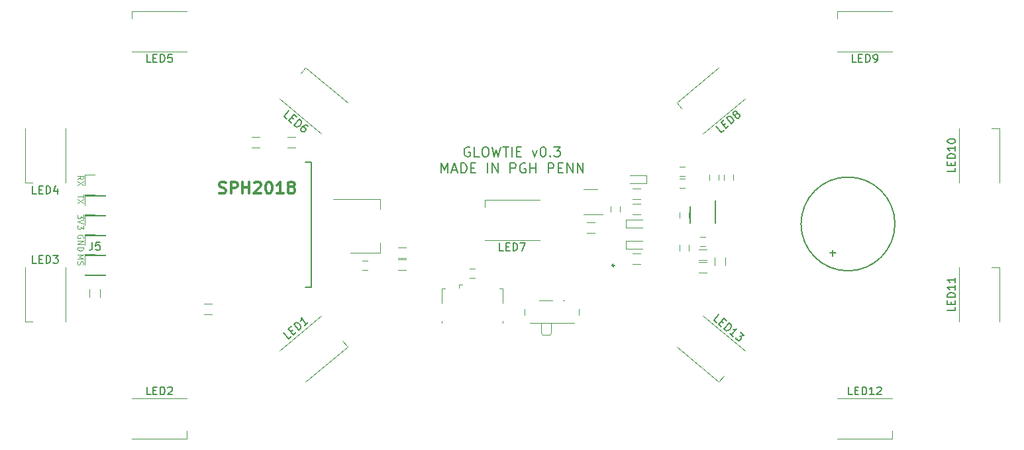
<source format=gto>
G04 #@! TF.FileFunction,Legend,Top*
%FSLAX46Y46*%
G04 Gerber Fmt 4.6, Leading zero omitted, Abs format (unit mm)*
G04 Created by KiCad (PCBNEW 4.0.7) date Thursday, August 02, 2018 'PMt' 05:34:58 PM*
%MOMM*%
%LPD*%
G01*
G04 APERTURE LIST*
%ADD10C,0.100000*%
%ADD11C,0.300000*%
%ADD12C,0.177800*%
%ADD13C,0.101600*%
%ADD14C,0.120000*%
%ADD15C,0.152400*%
%ADD16C,0.150000*%
%ADD17C,0.254000*%
G04 APERTURE END LIST*
D10*
D11*
X38739572Y-37183143D02*
X38953858Y-37254571D01*
X39311001Y-37254571D01*
X39453858Y-37183143D01*
X39525287Y-37111714D01*
X39596715Y-36968857D01*
X39596715Y-36826000D01*
X39525287Y-36683143D01*
X39453858Y-36611714D01*
X39311001Y-36540286D01*
X39025287Y-36468857D01*
X38882429Y-36397429D01*
X38811001Y-36326000D01*
X38739572Y-36183143D01*
X38739572Y-36040286D01*
X38811001Y-35897429D01*
X38882429Y-35826000D01*
X39025287Y-35754571D01*
X39382429Y-35754571D01*
X39596715Y-35826000D01*
X40239572Y-37254571D02*
X40239572Y-35754571D01*
X40811000Y-35754571D01*
X40953858Y-35826000D01*
X41025286Y-35897429D01*
X41096715Y-36040286D01*
X41096715Y-36254571D01*
X41025286Y-36397429D01*
X40953858Y-36468857D01*
X40811000Y-36540286D01*
X40239572Y-36540286D01*
X41739572Y-37254571D02*
X41739572Y-35754571D01*
X41739572Y-36468857D02*
X42596715Y-36468857D01*
X42596715Y-37254571D02*
X42596715Y-35754571D01*
X43239572Y-35897429D02*
X43311001Y-35826000D01*
X43453858Y-35754571D01*
X43811001Y-35754571D01*
X43953858Y-35826000D01*
X44025287Y-35897429D01*
X44096715Y-36040286D01*
X44096715Y-36183143D01*
X44025287Y-36397429D01*
X43168144Y-37254571D01*
X44096715Y-37254571D01*
X45025286Y-35754571D02*
X45168143Y-35754571D01*
X45311000Y-35826000D01*
X45382429Y-35897429D01*
X45453858Y-36040286D01*
X45525286Y-36326000D01*
X45525286Y-36683143D01*
X45453858Y-36968857D01*
X45382429Y-37111714D01*
X45311000Y-37183143D01*
X45168143Y-37254571D01*
X45025286Y-37254571D01*
X44882429Y-37183143D01*
X44811000Y-37111714D01*
X44739572Y-36968857D01*
X44668143Y-36683143D01*
X44668143Y-36326000D01*
X44739572Y-36040286D01*
X44811000Y-35897429D01*
X44882429Y-35826000D01*
X45025286Y-35754571D01*
X46953857Y-37254571D02*
X46096714Y-37254571D01*
X46525286Y-37254571D02*
X46525286Y-35754571D01*
X46382429Y-35968857D01*
X46239571Y-36111714D01*
X46096714Y-36183143D01*
X47811000Y-36397429D02*
X47668142Y-36326000D01*
X47596714Y-36254571D01*
X47525285Y-36111714D01*
X47525285Y-36040286D01*
X47596714Y-35897429D01*
X47668142Y-35826000D01*
X47811000Y-35754571D01*
X48096714Y-35754571D01*
X48239571Y-35826000D01*
X48311000Y-35897429D01*
X48382428Y-36040286D01*
X48382428Y-36111714D01*
X48311000Y-36254571D01*
X48239571Y-36326000D01*
X48096714Y-36397429D01*
X47811000Y-36397429D01*
X47668142Y-36468857D01*
X47596714Y-36540286D01*
X47525285Y-36683143D01*
X47525285Y-36968857D01*
X47596714Y-37111714D01*
X47668142Y-37183143D01*
X47811000Y-37254571D01*
X48096714Y-37254571D01*
X48239571Y-37183143D01*
X48311000Y-37111714D01*
X48382428Y-36968857D01*
X48382428Y-36683143D01*
X48311000Y-36540286D01*
X48239571Y-36468857D01*
X48096714Y-36397429D01*
D12*
X70787381Y-31343600D02*
X70666429Y-31283124D01*
X70485000Y-31283124D01*
X70303572Y-31343600D01*
X70182619Y-31464552D01*
X70122143Y-31585505D01*
X70061667Y-31827410D01*
X70061667Y-32008838D01*
X70122143Y-32250743D01*
X70182619Y-32371695D01*
X70303572Y-32492648D01*
X70485000Y-32553124D01*
X70605952Y-32553124D01*
X70787381Y-32492648D01*
X70847857Y-32432171D01*
X70847857Y-32008838D01*
X70605952Y-32008838D01*
X71996905Y-32553124D02*
X71392143Y-32553124D01*
X71392143Y-31283124D01*
X72662143Y-31283124D02*
X72904047Y-31283124D01*
X73025000Y-31343600D01*
X73145952Y-31464552D01*
X73206428Y-31706457D01*
X73206428Y-32129790D01*
X73145952Y-32371695D01*
X73025000Y-32492648D01*
X72904047Y-32553124D01*
X72662143Y-32553124D01*
X72541190Y-32492648D01*
X72420238Y-32371695D01*
X72359762Y-32129790D01*
X72359762Y-31706457D01*
X72420238Y-31464552D01*
X72541190Y-31343600D01*
X72662143Y-31283124D01*
X73629762Y-31283124D02*
X73932143Y-32553124D01*
X74174047Y-31645981D01*
X74415952Y-32553124D01*
X74718333Y-31283124D01*
X75020714Y-31283124D02*
X75746429Y-31283124D01*
X75383572Y-32553124D02*
X75383572Y-31283124D01*
X76169762Y-32553124D02*
X76169762Y-31283124D01*
X76774524Y-31887886D02*
X77197857Y-31887886D01*
X77379286Y-32553124D02*
X76774524Y-32553124D01*
X76774524Y-31283124D01*
X77379286Y-31283124D01*
X78770239Y-31706457D02*
X79072620Y-32553124D01*
X79375000Y-31706457D01*
X80100715Y-31283124D02*
X80221667Y-31283124D01*
X80342619Y-31343600D01*
X80403096Y-31404076D01*
X80463572Y-31525029D01*
X80524048Y-31766933D01*
X80524048Y-32069314D01*
X80463572Y-32311219D01*
X80403096Y-32432171D01*
X80342619Y-32492648D01*
X80221667Y-32553124D01*
X80100715Y-32553124D01*
X79979762Y-32492648D01*
X79919286Y-32432171D01*
X79858810Y-32311219D01*
X79798334Y-32069314D01*
X79798334Y-31766933D01*
X79858810Y-31525029D01*
X79919286Y-31404076D01*
X79979762Y-31343600D01*
X80100715Y-31283124D01*
X81068334Y-32432171D02*
X81128810Y-32492648D01*
X81068334Y-32553124D01*
X81007858Y-32492648D01*
X81068334Y-32432171D01*
X81068334Y-32553124D01*
X81552144Y-31283124D02*
X82338334Y-31283124D01*
X81915001Y-31766933D01*
X82096429Y-31766933D01*
X82217382Y-31827410D01*
X82277858Y-31887886D01*
X82338334Y-32008838D01*
X82338334Y-32311219D01*
X82277858Y-32432171D01*
X82217382Y-32492648D01*
X82096429Y-32553124D01*
X81733572Y-32553124D01*
X81612620Y-32492648D01*
X81552144Y-32432171D01*
X67128572Y-34635924D02*
X67128572Y-33365924D01*
X67551905Y-34273067D01*
X67975239Y-33365924D01*
X67975239Y-34635924D01*
X68519525Y-34273067D02*
X69124287Y-34273067D01*
X68398572Y-34635924D02*
X68821906Y-33365924D01*
X69245239Y-34635924D01*
X69668572Y-34635924D02*
X69668572Y-33365924D01*
X69970953Y-33365924D01*
X70152381Y-33426400D01*
X70273334Y-33547352D01*
X70333810Y-33668305D01*
X70394286Y-33910210D01*
X70394286Y-34091638D01*
X70333810Y-34333543D01*
X70273334Y-34454495D01*
X70152381Y-34575448D01*
X69970953Y-34635924D01*
X69668572Y-34635924D01*
X70938572Y-33970686D02*
X71361905Y-33970686D01*
X71543334Y-34635924D02*
X70938572Y-34635924D01*
X70938572Y-33365924D01*
X71543334Y-33365924D01*
X73055239Y-34635924D02*
X73055239Y-33365924D01*
X73660001Y-34635924D02*
X73660001Y-33365924D01*
X74385715Y-34635924D01*
X74385715Y-33365924D01*
X75958096Y-34635924D02*
X75958096Y-33365924D01*
X76441905Y-33365924D01*
X76562858Y-33426400D01*
X76623334Y-33486876D01*
X76683810Y-33607829D01*
X76683810Y-33789257D01*
X76623334Y-33910210D01*
X76562858Y-33970686D01*
X76441905Y-34031162D01*
X75958096Y-34031162D01*
X77893334Y-33426400D02*
X77772382Y-33365924D01*
X77590953Y-33365924D01*
X77409525Y-33426400D01*
X77288572Y-33547352D01*
X77228096Y-33668305D01*
X77167620Y-33910210D01*
X77167620Y-34091638D01*
X77228096Y-34333543D01*
X77288572Y-34454495D01*
X77409525Y-34575448D01*
X77590953Y-34635924D01*
X77711905Y-34635924D01*
X77893334Y-34575448D01*
X77953810Y-34514971D01*
X77953810Y-34091638D01*
X77711905Y-34091638D01*
X78498096Y-34635924D02*
X78498096Y-33365924D01*
X78498096Y-33970686D02*
X79223810Y-33970686D01*
X79223810Y-34635924D02*
X79223810Y-33365924D01*
X80796191Y-34635924D02*
X80796191Y-33365924D01*
X81280000Y-33365924D01*
X81400953Y-33426400D01*
X81461429Y-33486876D01*
X81521905Y-33607829D01*
X81521905Y-33789257D01*
X81461429Y-33910210D01*
X81400953Y-33970686D01*
X81280000Y-34031162D01*
X80796191Y-34031162D01*
X82066191Y-33970686D02*
X82489524Y-33970686D01*
X82670953Y-34635924D02*
X82066191Y-34635924D01*
X82066191Y-33365924D01*
X82670953Y-33365924D01*
X83215239Y-34635924D02*
X83215239Y-33365924D01*
X83940953Y-34635924D01*
X83940953Y-33365924D01*
X84545715Y-34635924D02*
X84545715Y-33365924D01*
X85271429Y-34635924D01*
X85271429Y-33365924D01*
D13*
X20610286Y-45103144D02*
X21372286Y-45103144D01*
X20828000Y-45357144D01*
X21372286Y-45611144D01*
X20610286Y-45611144D01*
X20646571Y-45937715D02*
X20610286Y-46046572D01*
X20610286Y-46228001D01*
X20646571Y-46300572D01*
X20682857Y-46336858D01*
X20755429Y-46373143D01*
X20828000Y-46373143D01*
X20900571Y-46336858D01*
X20936857Y-46300572D01*
X20973143Y-46228001D01*
X21009429Y-46082858D01*
X21045714Y-46010286D01*
X21082000Y-45974001D01*
X21154571Y-45937715D01*
X21227143Y-45937715D01*
X21299714Y-45974001D01*
X21336000Y-46010286D01*
X21372286Y-46082858D01*
X21372286Y-46264286D01*
X21336000Y-46373143D01*
X21336000Y-42980428D02*
X21372286Y-42907857D01*
X21372286Y-42799000D01*
X21336000Y-42690143D01*
X21263429Y-42617571D01*
X21190857Y-42581286D01*
X21045714Y-42545000D01*
X20936857Y-42545000D01*
X20791714Y-42581286D01*
X20719143Y-42617571D01*
X20646571Y-42690143D01*
X20610286Y-42799000D01*
X20610286Y-42871571D01*
X20646571Y-42980428D01*
X20682857Y-43016714D01*
X20936857Y-43016714D01*
X20936857Y-42871571D01*
X20610286Y-43343286D02*
X21372286Y-43343286D01*
X20610286Y-43778714D01*
X21372286Y-43778714D01*
X20610286Y-44141572D02*
X21372286Y-44141572D01*
X21372286Y-44323000D01*
X21336000Y-44431857D01*
X21263429Y-44504429D01*
X21190857Y-44540714D01*
X21045714Y-44577000D01*
X20936857Y-44577000D01*
X20791714Y-44540714D01*
X20719143Y-44504429D01*
X20646571Y-44431857D01*
X20610286Y-44323000D01*
X20610286Y-44141572D01*
X21372286Y-39950572D02*
X21372286Y-40422286D01*
X21082000Y-40168286D01*
X21082000Y-40277144D01*
X21045714Y-40349715D01*
X21009429Y-40386001D01*
X20936857Y-40422286D01*
X20755429Y-40422286D01*
X20682857Y-40386001D01*
X20646571Y-40349715D01*
X20610286Y-40277144D01*
X20610286Y-40059429D01*
X20646571Y-39986858D01*
X20682857Y-39950572D01*
X21372286Y-40640000D02*
X20610286Y-40894000D01*
X21372286Y-41148000D01*
X21372286Y-41329429D02*
X21372286Y-41801143D01*
X21082000Y-41547143D01*
X21082000Y-41656001D01*
X21045714Y-41728572D01*
X21009429Y-41764858D01*
X20936857Y-41801143D01*
X20755429Y-41801143D01*
X20682857Y-41764858D01*
X20646571Y-41728572D01*
X20610286Y-41656001D01*
X20610286Y-41438286D01*
X20646571Y-41365715D01*
X20682857Y-41329429D01*
X21372286Y-37392429D02*
X21372286Y-37827858D01*
X20610286Y-37610144D02*
X21372286Y-37610144D01*
X21372286Y-38009286D02*
X20610286Y-38517286D01*
X21372286Y-38517286D02*
X20610286Y-38009286D01*
X20610286Y-35433000D02*
X20973143Y-35179000D01*
X20610286Y-34997572D02*
X21372286Y-34997572D01*
X21372286Y-35287857D01*
X21336000Y-35360429D01*
X21299714Y-35396714D01*
X21227143Y-35433000D01*
X21118286Y-35433000D01*
X21045714Y-35396714D01*
X21009429Y-35360429D01*
X20973143Y-35287857D01*
X20973143Y-34997572D01*
X21372286Y-35687000D02*
X20610286Y-36195000D01*
X21372286Y-36195000D02*
X20610286Y-35687000D01*
D14*
X67220000Y-49420000D02*
X67670000Y-49420000D01*
X67220000Y-51270000D02*
X67220000Y-49420000D01*
X75020000Y-53820000D02*
X75020000Y-53570000D01*
X67220000Y-53820000D02*
X67220000Y-53570000D01*
X75020000Y-51270000D02*
X75020000Y-49420000D01*
X75020000Y-49420000D02*
X74570000Y-49420000D01*
X69420000Y-48870000D02*
X69870000Y-48870000D01*
X69420000Y-48870000D02*
X69420000Y-49320000D01*
X46447597Y-57408041D02*
X51809908Y-52908528D01*
X49790092Y-61391472D02*
X55152403Y-56891959D01*
X55152403Y-56891959D02*
X54509616Y-56125914D01*
X27615000Y-63440000D02*
X34615000Y-63440000D01*
X27615000Y-68640000D02*
X34615000Y-68640000D01*
X34615000Y-68640000D02*
X34615000Y-67640000D01*
X19110000Y-46665000D02*
X19110000Y-53665000D01*
X13910000Y-46665000D02*
X13910000Y-53665000D01*
X13910000Y-53665000D02*
X14910000Y-53665000D01*
X19110000Y-28885000D02*
X19110000Y-35885000D01*
X13910000Y-28885000D02*
X13910000Y-35885000D01*
X13910000Y-35885000D02*
X14910000Y-35885000D01*
X34615000Y-19110000D02*
X27615000Y-19110000D01*
X34615000Y-13910000D02*
X27615000Y-13910000D01*
X27615000Y-13910000D02*
X27615000Y-14910000D01*
X51809908Y-29641472D02*
X46447597Y-25141959D01*
X55152403Y-25658041D02*
X49790092Y-21158528D01*
X49790092Y-21158528D02*
X49147305Y-21924572D01*
X79700000Y-43240000D02*
X72700000Y-43240000D01*
X79700000Y-38040000D02*
X72700000Y-38040000D01*
X72700000Y-38040000D02*
X72700000Y-39040000D01*
X105952403Y-25141959D02*
X100590092Y-29641472D01*
X102609908Y-21158528D02*
X97247597Y-25658041D01*
X97247597Y-25658041D02*
X97890384Y-26424086D01*
X124785000Y-19110000D02*
X117785000Y-19110000D01*
X124785000Y-13910000D02*
X117785000Y-13910000D01*
X117785000Y-13910000D02*
X117785000Y-14910000D01*
X82680000Y-50950000D02*
X82880000Y-50950000D01*
X79880000Y-55090000D02*
X80080000Y-55300000D01*
X81180000Y-55090000D02*
X80980000Y-55300000D01*
X79880000Y-53800000D02*
X79880000Y-55090000D01*
X80080000Y-55300000D02*
X80980000Y-55300000D01*
X81180000Y-55090000D02*
X81180000Y-53800000D01*
X78430000Y-53800000D02*
X84130000Y-53800000D01*
X79680000Y-50950000D02*
X81380000Y-50950000D01*
X77830000Y-52000000D02*
X77830000Y-52790000D01*
X84730000Y-52790000D02*
X84730000Y-52000000D01*
X133290000Y-35885000D02*
X133290000Y-28885000D01*
X138490000Y-35885000D02*
X138490000Y-28885000D01*
X138490000Y-28885000D02*
X137490000Y-28885000D01*
X133290000Y-53665000D02*
X133290000Y-46665000D01*
X138490000Y-53665000D02*
X138490000Y-46665000D01*
X138490000Y-46665000D02*
X137490000Y-46665000D01*
X117785000Y-63440000D02*
X124785000Y-63440000D01*
X117785000Y-68640000D02*
X124785000Y-68640000D01*
X124785000Y-68640000D02*
X124785000Y-67640000D01*
X100590092Y-52908528D02*
X105952403Y-57408041D01*
X97247597Y-56891959D02*
X102609908Y-61391472D01*
X102609908Y-61391472D02*
X103252695Y-60625428D01*
X59314000Y-44812000D02*
X59314000Y-43552000D01*
X59314000Y-37992000D02*
X59314000Y-39252000D01*
X55554000Y-44812000D02*
X59314000Y-44812000D01*
X53304000Y-37992000D02*
X59314000Y-37992000D01*
X21530000Y-37525000D02*
X24190000Y-37525000D01*
X21530000Y-37465000D02*
X21530000Y-37525000D01*
X24190000Y-37465000D02*
X24190000Y-37525000D01*
X21530000Y-37465000D02*
X24190000Y-37465000D01*
X21530000Y-36195000D02*
X21530000Y-34865000D01*
X21530000Y-34865000D02*
X22860000Y-34865000D01*
X21530000Y-40065000D02*
X24190000Y-40065000D01*
X21530000Y-40005000D02*
X21530000Y-40065000D01*
X24190000Y-40005000D02*
X24190000Y-40065000D01*
X21530000Y-40005000D02*
X24190000Y-40005000D01*
X21530000Y-38735000D02*
X21530000Y-37405000D01*
X21530000Y-37405000D02*
X22860000Y-37405000D01*
X21530000Y-47685000D02*
X24190000Y-47685000D01*
X21530000Y-47625000D02*
X21530000Y-47685000D01*
X24190000Y-47625000D02*
X24190000Y-47685000D01*
X21530000Y-47625000D02*
X24190000Y-47625000D01*
X21530000Y-46355000D02*
X21530000Y-45025000D01*
X21530000Y-45025000D02*
X22860000Y-45025000D01*
D15*
X49784000Y-49276000D02*
X50546000Y-49276000D01*
X50546000Y-49276000D02*
X50546000Y-33274000D01*
X50546000Y-33274000D02*
X49784000Y-33274000D01*
D14*
X21530000Y-42605000D02*
X24190000Y-42605000D01*
X21530000Y-42545000D02*
X21530000Y-42605000D01*
X24190000Y-42545000D02*
X24190000Y-42605000D01*
X21530000Y-42545000D02*
X24190000Y-42545000D01*
X21530000Y-41275000D02*
X21530000Y-39945000D01*
X21530000Y-39945000D02*
X22860000Y-39945000D01*
X21530000Y-45145000D02*
X24190000Y-45145000D01*
X21530000Y-45085000D02*
X21530000Y-45145000D01*
X24190000Y-45085000D02*
X24190000Y-45145000D01*
X21530000Y-45085000D02*
X24190000Y-45085000D01*
X21530000Y-43815000D02*
X21530000Y-42485000D01*
X21530000Y-42485000D02*
X22860000Y-42485000D01*
D16*
X102209000Y-38180000D02*
X102209000Y-41055000D01*
X98959000Y-38955000D02*
X98959000Y-41055000D01*
D14*
X97571000Y-40355000D02*
X97571000Y-39655000D01*
X98771000Y-39655000D02*
X98771000Y-40355000D01*
X57754000Y-47082000D02*
X57054000Y-47082000D01*
X57054000Y-45882000D02*
X57754000Y-45882000D01*
X71470000Y-48098000D02*
X70770000Y-48098000D01*
X70770000Y-46898000D02*
X71470000Y-46898000D01*
X88808000Y-39593000D02*
X88808000Y-38893000D01*
X90008000Y-38893000D02*
X90008000Y-39593000D01*
X104486000Y-34829000D02*
X104486000Y-35529000D01*
X103286000Y-35529000D02*
X103286000Y-34829000D01*
X97567000Y-33817000D02*
X98267000Y-33817000D01*
X98267000Y-35017000D02*
X97567000Y-35017000D01*
X100934000Y-44034000D02*
X100234000Y-44034000D01*
X100234000Y-42834000D02*
X100934000Y-42834000D01*
X98771000Y-43846000D02*
X98771000Y-44546000D01*
X97571000Y-44546000D02*
X97571000Y-43846000D01*
X93375000Y-35933000D02*
X93375000Y-34933000D01*
X93375000Y-34933000D02*
X91275000Y-34933000D01*
X93375000Y-35933000D02*
X91275000Y-35933000D01*
X90775000Y-40648000D02*
X90775000Y-41648000D01*
X90775000Y-41648000D02*
X92875000Y-41648000D01*
X90775000Y-40648000D02*
X92875000Y-40648000D01*
X102581000Y-34829000D02*
X102581000Y-35529000D01*
X101381000Y-35529000D02*
X101381000Y-34829000D01*
X97567000Y-35341000D02*
X98267000Y-35341000D01*
X98267000Y-36541000D02*
X97567000Y-36541000D01*
D16*
X125126000Y-41148000D02*
G75*
G03X125126000Y-41148000I-6000000J0D01*
G01*
D14*
X37838000Y-52750000D02*
X36838000Y-52750000D01*
X36838000Y-51390000D02*
X37838000Y-51390000D01*
X86733000Y-42336000D02*
X85733000Y-42336000D01*
X85733000Y-40976000D02*
X86733000Y-40976000D01*
X48506000Y-31414000D02*
X47506000Y-31414000D01*
X47506000Y-30054000D02*
X48506000Y-30054000D01*
X23540000Y-49538000D02*
X23540000Y-50538000D01*
X22180000Y-50538000D02*
X22180000Y-49538000D01*
X43934000Y-31414000D02*
X42934000Y-31414000D01*
X42934000Y-30054000D02*
X43934000Y-30054000D01*
X100084000Y-44405000D02*
X101084000Y-44405000D01*
X101084000Y-45765000D02*
X100084000Y-45765000D01*
X103423000Y-45474000D02*
X103423000Y-46474000D01*
X102063000Y-46474000D02*
X102063000Y-45474000D01*
X100084000Y-46056000D02*
X101084000Y-46056000D01*
X101084000Y-47416000D02*
X100084000Y-47416000D01*
X61603000Y-44151000D02*
X62603000Y-44151000D01*
X62603000Y-45511000D02*
X61603000Y-45511000D01*
X61603000Y-45675000D02*
X62603000Y-45675000D01*
X62603000Y-47035000D02*
X61603000Y-47035000D01*
X92575000Y-38018000D02*
X91575000Y-38018000D01*
X91575000Y-36658000D02*
X92575000Y-36658000D01*
X92575000Y-39923000D02*
X91575000Y-39923000D01*
X91575000Y-38563000D02*
X92575000Y-38563000D01*
X87133000Y-36744000D02*
X85333000Y-36744000D01*
X85333000Y-39964000D02*
X87783000Y-39964000D01*
X90775000Y-43315000D02*
X90775000Y-44315000D01*
X90775000Y-44315000D02*
X92875000Y-44315000D01*
X90775000Y-43315000D02*
X92875000Y-43315000D01*
X91575000Y-44913000D02*
X92575000Y-44913000D01*
X92575000Y-46273000D02*
X91575000Y-46273000D01*
D17*
X89241000Y-46456000D02*
G75*
G03X89241000Y-46456000I-125000J0D01*
G01*
D16*
X47983788Y-55534697D02*
X47619005Y-55840787D01*
X46976217Y-55074743D01*
X47902437Y-54919173D02*
X48157786Y-54704910D01*
X48603920Y-55014346D02*
X48239136Y-55320435D01*
X47596348Y-54554391D01*
X47961132Y-54248301D01*
X48932224Y-54738865D02*
X48289436Y-53972821D01*
X48471828Y-53819776D01*
X48611872Y-53764427D01*
X48746047Y-53776166D01*
X48843743Y-53818514D01*
X49002656Y-53933818D01*
X49094484Y-54043253D01*
X49180441Y-54219775D01*
X49205181Y-54323341D01*
X49193442Y-54457515D01*
X49114615Y-54585821D01*
X48932224Y-54738865D01*
X50099530Y-53759379D02*
X49661790Y-54126687D01*
X49880660Y-53943033D02*
X49237872Y-53176989D01*
X49256742Y-53347641D01*
X49245004Y-53481816D01*
X49202656Y-53579512D01*
X29995953Y-62992381D02*
X29519762Y-62992381D01*
X29519762Y-61992381D01*
X30329286Y-62468571D02*
X30662620Y-62468571D01*
X30805477Y-62992381D02*
X30329286Y-62992381D01*
X30329286Y-61992381D01*
X30805477Y-61992381D01*
X31234048Y-62992381D02*
X31234048Y-61992381D01*
X31472143Y-61992381D01*
X31615001Y-62040000D01*
X31710239Y-62135238D01*
X31757858Y-62230476D01*
X31805477Y-62420952D01*
X31805477Y-62563810D01*
X31757858Y-62754286D01*
X31710239Y-62849524D01*
X31615001Y-62944762D01*
X31472143Y-62992381D01*
X31234048Y-62992381D01*
X32186429Y-62087619D02*
X32234048Y-62040000D01*
X32329286Y-61992381D01*
X32567382Y-61992381D01*
X32662620Y-62040000D01*
X32710239Y-62087619D01*
X32757858Y-62182857D01*
X32757858Y-62278095D01*
X32710239Y-62420952D01*
X32138810Y-62992381D01*
X32757858Y-62992381D01*
X15390953Y-46172381D02*
X14914762Y-46172381D01*
X14914762Y-45172381D01*
X15724286Y-45648571D02*
X16057620Y-45648571D01*
X16200477Y-46172381D02*
X15724286Y-46172381D01*
X15724286Y-45172381D01*
X16200477Y-45172381D01*
X16629048Y-46172381D02*
X16629048Y-45172381D01*
X16867143Y-45172381D01*
X17010001Y-45220000D01*
X17105239Y-45315238D01*
X17152858Y-45410476D01*
X17200477Y-45600952D01*
X17200477Y-45743810D01*
X17152858Y-45934286D01*
X17105239Y-46029524D01*
X17010001Y-46124762D01*
X16867143Y-46172381D01*
X16629048Y-46172381D01*
X17533810Y-45172381D02*
X18152858Y-45172381D01*
X17819524Y-45553333D01*
X17962382Y-45553333D01*
X18057620Y-45600952D01*
X18105239Y-45648571D01*
X18152858Y-45743810D01*
X18152858Y-45981905D01*
X18105239Y-46077143D01*
X18057620Y-46124762D01*
X17962382Y-46172381D01*
X17676667Y-46172381D01*
X17581429Y-46124762D01*
X17533810Y-46077143D01*
X15390953Y-37282381D02*
X14914762Y-37282381D01*
X14914762Y-36282381D01*
X15724286Y-36758571D02*
X16057620Y-36758571D01*
X16200477Y-37282381D02*
X15724286Y-37282381D01*
X15724286Y-36282381D01*
X16200477Y-36282381D01*
X16629048Y-37282381D02*
X16629048Y-36282381D01*
X16867143Y-36282381D01*
X17010001Y-36330000D01*
X17105239Y-36425238D01*
X17152858Y-36520476D01*
X17200477Y-36710952D01*
X17200477Y-36853810D01*
X17152858Y-37044286D01*
X17105239Y-37139524D01*
X17010001Y-37234762D01*
X16867143Y-37282381D01*
X16629048Y-37282381D01*
X18057620Y-36615714D02*
X18057620Y-37282381D01*
X17819524Y-36234762D02*
X17581429Y-36949048D01*
X18200477Y-36949048D01*
X29995953Y-20462381D02*
X29519762Y-20462381D01*
X29519762Y-19462381D01*
X30329286Y-19938571D02*
X30662620Y-19938571D01*
X30805477Y-20462381D02*
X30329286Y-20462381D01*
X30329286Y-19462381D01*
X30805477Y-19462381D01*
X31234048Y-20462381D02*
X31234048Y-19462381D01*
X31472143Y-19462381D01*
X31615001Y-19510000D01*
X31710239Y-19605238D01*
X31757858Y-19700476D01*
X31805477Y-19890952D01*
X31805477Y-20033810D01*
X31757858Y-20224286D01*
X31710239Y-20319524D01*
X31615001Y-20414762D01*
X31472143Y-20462381D01*
X31234048Y-20462381D01*
X32710239Y-19462381D02*
X32234048Y-19462381D01*
X32186429Y-19938571D01*
X32234048Y-19890952D01*
X32329286Y-19843333D01*
X32567382Y-19843333D01*
X32662620Y-19890952D01*
X32710239Y-19938571D01*
X32757858Y-20033810D01*
X32757858Y-20271905D01*
X32710239Y-20367143D01*
X32662620Y-20414762D01*
X32567382Y-20462381D01*
X32329286Y-20462381D01*
X32234048Y-20414762D01*
X32186429Y-20367143D01*
X47402218Y-27708390D02*
X47037435Y-27402301D01*
X47680223Y-26636256D01*
X47994265Y-27521391D02*
X48249613Y-27735654D01*
X48022350Y-28228742D02*
X47657566Y-27922653D01*
X48300354Y-27156608D01*
X48665137Y-27462698D01*
X48350654Y-28504223D02*
X48993442Y-27738178D01*
X49175833Y-27891223D01*
X49254660Y-28019528D01*
X49266399Y-28153703D01*
X49241659Y-28257268D01*
X49155702Y-28433790D01*
X49063874Y-28543226D01*
X48904960Y-28658530D01*
X48807264Y-28700877D01*
X48673090Y-28712616D01*
X48533046Y-28657267D01*
X48350654Y-28504223D01*
X50087791Y-28656446D02*
X49941878Y-28534010D01*
X49838312Y-28509271D01*
X49771225Y-28515140D01*
X49606442Y-28563357D01*
X49447528Y-28678661D01*
X49202656Y-28970488D01*
X49177916Y-29074054D01*
X49183786Y-29141141D01*
X49226133Y-29238837D01*
X49372047Y-29361273D01*
X49475613Y-29386013D01*
X49542700Y-29380143D01*
X49640396Y-29337796D01*
X49793440Y-29155404D01*
X49818181Y-29051838D01*
X49812311Y-28984751D01*
X49769964Y-28887055D01*
X49624050Y-28764619D01*
X49520484Y-28739879D01*
X49453397Y-28745748D01*
X49355700Y-28788097D01*
X75080953Y-44592381D02*
X74604762Y-44592381D01*
X74604762Y-43592381D01*
X75414286Y-44068571D02*
X75747620Y-44068571D01*
X75890477Y-44592381D02*
X75414286Y-44592381D01*
X75414286Y-43592381D01*
X75890477Y-43592381D01*
X76319048Y-44592381D02*
X76319048Y-43592381D01*
X76557143Y-43592381D01*
X76700001Y-43640000D01*
X76795239Y-43735238D01*
X76842858Y-43830476D01*
X76890477Y-44020952D01*
X76890477Y-44163810D01*
X76842858Y-44354286D01*
X76795239Y-44449524D01*
X76700001Y-44544762D01*
X76557143Y-44592381D01*
X76319048Y-44592381D01*
X77223810Y-43592381D02*
X77890477Y-43592381D01*
X77461905Y-44592381D01*
X103283302Y-29147009D02*
X102918519Y-29453099D01*
X102275731Y-28687055D01*
X103201951Y-28531485D02*
X103457300Y-28317222D01*
X103903434Y-28626658D02*
X103538650Y-28932747D01*
X102895862Y-28166703D01*
X103260646Y-27860613D01*
X104231738Y-28351177D02*
X103588950Y-27585133D01*
X103771342Y-27432088D01*
X103911386Y-27376739D01*
X104045561Y-27388478D01*
X104143257Y-27430826D01*
X104302170Y-27546130D01*
X104393998Y-27655565D01*
X104479955Y-27832087D01*
X104504695Y-27935653D01*
X104492956Y-28069827D01*
X104414129Y-28198133D01*
X104231738Y-28351177D01*
X104739910Y-27178823D02*
X104636344Y-27203563D01*
X104569257Y-27197693D01*
X104471561Y-27155346D01*
X104440952Y-27118867D01*
X104416213Y-27015302D01*
X104422082Y-26948215D01*
X104464430Y-26850519D01*
X104610343Y-26728082D01*
X104713909Y-26703343D01*
X104780996Y-26709212D01*
X104878692Y-26751560D01*
X104909301Y-26788038D01*
X104934041Y-26891604D01*
X104928171Y-26958691D01*
X104885824Y-27056387D01*
X104739910Y-27178823D01*
X104697562Y-27276519D01*
X104691693Y-27343606D01*
X104716433Y-27447173D01*
X104838869Y-27593086D01*
X104936565Y-27635433D01*
X105003652Y-27641303D01*
X105107217Y-27616563D01*
X105253131Y-27494127D01*
X105295479Y-27396431D01*
X105301348Y-27329344D01*
X105276609Y-27225778D01*
X105154173Y-27079865D01*
X105056476Y-27037517D01*
X104989389Y-27031647D01*
X104885824Y-27056387D01*
X120165953Y-20462381D02*
X119689762Y-20462381D01*
X119689762Y-19462381D01*
X120499286Y-19938571D02*
X120832620Y-19938571D01*
X120975477Y-20462381D02*
X120499286Y-20462381D01*
X120499286Y-19462381D01*
X120975477Y-19462381D01*
X121404048Y-20462381D02*
X121404048Y-19462381D01*
X121642143Y-19462381D01*
X121785001Y-19510000D01*
X121880239Y-19605238D01*
X121927858Y-19700476D01*
X121975477Y-19890952D01*
X121975477Y-20033810D01*
X121927858Y-20224286D01*
X121880239Y-20319524D01*
X121785001Y-20414762D01*
X121642143Y-20462381D01*
X121404048Y-20462381D01*
X122451667Y-20462381D02*
X122642143Y-20462381D01*
X122737382Y-20414762D01*
X122785001Y-20367143D01*
X122880239Y-20224286D01*
X122927858Y-20033810D01*
X122927858Y-19652857D01*
X122880239Y-19557619D01*
X122832620Y-19510000D01*
X122737382Y-19462381D01*
X122546905Y-19462381D01*
X122451667Y-19510000D01*
X122404048Y-19557619D01*
X122356429Y-19652857D01*
X122356429Y-19890952D01*
X122404048Y-19986190D01*
X122451667Y-20033810D01*
X122546905Y-20081429D01*
X122737382Y-20081429D01*
X122832620Y-20033810D01*
X122880239Y-19986190D01*
X122927858Y-19890952D01*
X132842381Y-33980238D02*
X132842381Y-34456429D01*
X131842381Y-34456429D01*
X132318571Y-33646905D02*
X132318571Y-33313571D01*
X132842381Y-33170714D02*
X132842381Y-33646905D01*
X131842381Y-33646905D01*
X131842381Y-33170714D01*
X132842381Y-32742143D02*
X131842381Y-32742143D01*
X131842381Y-32504048D01*
X131890000Y-32361190D01*
X131985238Y-32265952D01*
X132080476Y-32218333D01*
X132270952Y-32170714D01*
X132413810Y-32170714D01*
X132604286Y-32218333D01*
X132699524Y-32265952D01*
X132794762Y-32361190D01*
X132842381Y-32504048D01*
X132842381Y-32742143D01*
X132842381Y-31218333D02*
X132842381Y-31789762D01*
X132842381Y-31504048D02*
X131842381Y-31504048D01*
X131985238Y-31599286D01*
X132080476Y-31694524D01*
X132128095Y-31789762D01*
X131842381Y-30599286D02*
X131842381Y-30504047D01*
X131890000Y-30408809D01*
X131937619Y-30361190D01*
X132032857Y-30313571D01*
X132223333Y-30265952D01*
X132461429Y-30265952D01*
X132651905Y-30313571D01*
X132747143Y-30361190D01*
X132794762Y-30408809D01*
X132842381Y-30504047D01*
X132842381Y-30599286D01*
X132794762Y-30694524D01*
X132747143Y-30742143D01*
X132651905Y-30789762D01*
X132461429Y-30837381D01*
X132223333Y-30837381D01*
X132032857Y-30789762D01*
X131937619Y-30742143D01*
X131890000Y-30694524D01*
X131842381Y-30599286D01*
X132842381Y-51760238D02*
X132842381Y-52236429D01*
X131842381Y-52236429D01*
X132318571Y-51426905D02*
X132318571Y-51093571D01*
X132842381Y-50950714D02*
X132842381Y-51426905D01*
X131842381Y-51426905D01*
X131842381Y-50950714D01*
X132842381Y-50522143D02*
X131842381Y-50522143D01*
X131842381Y-50284048D01*
X131890000Y-50141190D01*
X131985238Y-50045952D01*
X132080476Y-49998333D01*
X132270952Y-49950714D01*
X132413810Y-49950714D01*
X132604286Y-49998333D01*
X132699524Y-50045952D01*
X132794762Y-50141190D01*
X132842381Y-50284048D01*
X132842381Y-50522143D01*
X132842381Y-48998333D02*
X132842381Y-49569762D01*
X132842381Y-49284048D02*
X131842381Y-49284048D01*
X131985238Y-49379286D01*
X132080476Y-49474524D01*
X132128095Y-49569762D01*
X132842381Y-48045952D02*
X132842381Y-48617381D01*
X132842381Y-48331667D02*
X131842381Y-48331667D01*
X131985238Y-48426905D01*
X132080476Y-48522143D01*
X132128095Y-48617381D01*
X119689762Y-62992381D02*
X119213571Y-62992381D01*
X119213571Y-61992381D01*
X120023095Y-62468571D02*
X120356429Y-62468571D01*
X120499286Y-62992381D02*
X120023095Y-62992381D01*
X120023095Y-61992381D01*
X120499286Y-61992381D01*
X120927857Y-62992381D02*
X120927857Y-61992381D01*
X121165952Y-61992381D01*
X121308810Y-62040000D01*
X121404048Y-62135238D01*
X121451667Y-62230476D01*
X121499286Y-62420952D01*
X121499286Y-62563810D01*
X121451667Y-62754286D01*
X121404048Y-62849524D01*
X121308810Y-62944762D01*
X121165952Y-62992381D01*
X120927857Y-62992381D01*
X122451667Y-62992381D02*
X121880238Y-62992381D01*
X122165952Y-62992381D02*
X122165952Y-61992381D01*
X122070714Y-62135238D01*
X121975476Y-62230476D01*
X121880238Y-62278095D01*
X122832619Y-62087619D02*
X122880238Y-62040000D01*
X122975476Y-61992381D01*
X123213572Y-61992381D01*
X123308810Y-62040000D01*
X123356429Y-62087619D01*
X123404048Y-62182857D01*
X123404048Y-62278095D01*
X123356429Y-62420952D01*
X122785000Y-62992381D01*
X123404048Y-62992381D01*
X102336949Y-53789989D02*
X101972165Y-53483899D01*
X102614953Y-52717855D01*
X102928995Y-53602989D02*
X103184344Y-53817252D01*
X102957080Y-54310341D02*
X102592297Y-54004251D01*
X103235084Y-53238207D01*
X103599868Y-53544296D01*
X103285385Y-54585821D02*
X103928172Y-53819776D01*
X104110564Y-53972821D01*
X104189390Y-54101127D01*
X104201129Y-54235301D01*
X104176390Y-54338866D01*
X104090432Y-54515388D01*
X103998605Y-54624824D01*
X103839691Y-54740128D01*
X103741995Y-54782476D01*
X103607821Y-54794214D01*
X103467776Y-54738865D01*
X103285385Y-54585821D01*
X104452691Y-55565307D02*
X104014951Y-55198000D01*
X104233820Y-55381653D02*
X104876608Y-54615609D01*
X104711825Y-54663826D01*
X104577650Y-54675564D01*
X104474085Y-54650825D01*
X105350826Y-55013525D02*
X105825045Y-55411441D01*
X105324825Y-55489005D01*
X105434260Y-55580832D01*
X105476608Y-55678528D01*
X105482477Y-55745615D01*
X105457737Y-55849181D01*
X105304693Y-56031573D01*
X105206997Y-56073920D01*
X105139909Y-56079790D01*
X105036344Y-56055050D01*
X104817474Y-55871396D01*
X104775126Y-55773700D01*
X104769257Y-55706613D01*
X22526667Y-43477381D02*
X22526667Y-44191667D01*
X22479047Y-44334524D01*
X22383809Y-44429762D01*
X22240952Y-44477381D01*
X22145714Y-44477381D01*
X23479048Y-43477381D02*
X23002857Y-43477381D01*
X22955238Y-43953571D01*
X23002857Y-43905952D01*
X23098095Y-43858333D01*
X23336191Y-43858333D01*
X23431429Y-43905952D01*
X23479048Y-43953571D01*
X23526667Y-44048810D01*
X23526667Y-44286905D01*
X23479048Y-44382143D01*
X23431429Y-44429762D01*
X23336191Y-44477381D01*
X23098095Y-44477381D01*
X23002857Y-44429762D01*
X22955238Y-44382143D01*
X117197429Y-45228952D02*
X117197429Y-44467047D01*
X117578381Y-44847999D02*
X116816476Y-44847999D01*
M02*

</source>
